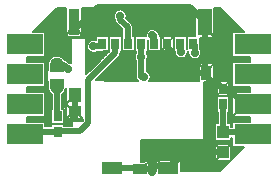
<source format=gtl>
G04 DipTrace 2.4.0.2*
%INSDmicro.gtl*%
%MOMM*%
%ADD13C,0.508*%
%ADD14C,0.127*%
%ADD15R,0.7X0.95*%
%ADD16R,0.95X2.17*%
%ADD17R,1.05X1.2*%
%ADD18R,1.7X1.03*%
%ADD19R,1.19X2.3*%
%ADD20R,1.2X0.88*%
%ADD21R,0.88X1.25*%
%ADD22R,1.05X0.9*%
%ADD23R,1.0X1.1*%
%ADD24R,0.7X0.9*%
%ADD27R,1.6X1.7*%
%ADD28R,2.032X1.7*%
%ADD29R,2.0X1.7*%
%ADD31C,0.711*%
%FSLAX53Y53*%
G04*
G71*
G90*
G75*
G01*
%LNTop*%
%LPD*%
X13328Y14050D2*
D13*
X11510D1*
X11270Y13810D1*
X13328Y14050D2*
Y14104D1*
X15218D1*
X15872Y14757D1*
Y18411D1*
X18180Y20719D1*
Y21502D1*
X13247Y17906D2*
Y15430D1*
X13328Y15350D1*
X21480Y21502D2*
Y22201D1*
X21331D1*
X18600Y23843D2*
Y23526D1*
X19243Y22883D1*
Y21539D1*
X19280Y21502D1*
X23680D2*
Y20871D1*
X23759Y20793D1*
X24907Y20737D2*
Y21375D1*
X24780Y21502D1*
X17080D2*
Y21268D1*
X16334D1*
X25740Y23342D2*
Y19192D1*
X25890Y19042D1*
X23154D1*
X22637Y19559D1*
Y21446D1*
X22580Y21502D1*
X25890Y19042D2*
Y18759D1*
X26460Y18189D1*
X26798D1*
X27305Y17682D1*
X27718D1*
X29050Y16350D1*
X14755Y15767D2*
Y15363D1*
X14731Y15339D1*
X14755Y17177D2*
Y15363D1*
X17885Y10952D2*
X20210D1*
X20280Y10882D1*
X21408D1*
X21637Y11110D1*
X22527D1*
X22680Y10957D1*
X14710Y23307D2*
X14771D1*
X15113Y22966D1*
X16759Y24613D1*
X24470D1*
X25740Y23342D1*
X21333Y10588D2*
X21408Y10882D1*
X27295Y12292D2*
X26184D1*
X24015D1*
X22680Y10957D1*
X26460Y18189D2*
Y15298D1*
X26184Y15023D1*
Y12292D1*
X27305Y16382D2*
X27295Y13992D1*
X28868D1*
X29050Y13810D1*
X20380Y21502D2*
Y20369D1*
Y18687D1*
X20637D1*
X13247Y19656D2*
X13875D1*
X14174Y19356D1*
X20389Y20369D2*
X20380D1*
D31*
X20637Y18687D3*
X21331Y22201D3*
X23759Y20793D3*
X16334Y21268D3*
X14174Y19356D3*
X14731Y15339D3*
X21333Y10588D3*
X18600Y23843D3*
X24907Y20737D3*
X20389Y20369D3*
X13148Y24393D2*
D14*
X14028D1*
X15393D2*
X18548D1*
X18653D2*
X24938D1*
X26543D2*
X27172D1*
X13023Y24269D2*
X14028D1*
X15393D2*
X18239D1*
X18962D2*
X24938D1*
X26543D2*
X27295D1*
X12900Y24146D2*
X14028D1*
X15393D2*
X18127D1*
X19074D2*
X24938D1*
X26543D2*
X27420D1*
X12777Y24022D2*
X14028D1*
X15393D2*
X18066D1*
X19135D2*
X24938D1*
X26543D2*
X27543D1*
X12652Y23898D2*
X14028D1*
X15393D2*
X18040D1*
X19161D2*
X24938D1*
X26543D2*
X27666D1*
X12529Y23775D2*
X14028D1*
X15393D2*
X18042D1*
X19159D2*
X24938D1*
X26543D2*
X27791D1*
X12406Y23651D2*
X14028D1*
X15393D2*
X18072D1*
X19129D2*
X24938D1*
X26543D2*
X27914D1*
X12281Y23527D2*
X14028D1*
X15393D2*
X18137D1*
X19246D2*
X24938D1*
X26543D2*
X28037D1*
X12158Y23404D2*
X14028D1*
X15393D2*
X18155D1*
X19371D2*
X24938D1*
X26543D2*
X28162D1*
X12035Y23280D2*
X14028D1*
X15393D2*
X18211D1*
X19494D2*
X24938D1*
X26543D2*
X28285D1*
X11910Y23156D2*
X14028D1*
X15393D2*
X18322D1*
X19613D2*
X24938D1*
X26543D2*
X28408D1*
X11787Y23033D2*
X14028D1*
X15393D2*
X18445D1*
X19679D2*
X24938D1*
X26543D2*
X28533D1*
X11664Y22909D2*
X14028D1*
X15393D2*
X18570D1*
X19705D2*
X24938D1*
X26543D2*
X28656D1*
X11539Y22785D2*
X14028D1*
X15393D2*
X18693D1*
X19705D2*
X24938D1*
X26543D2*
X28780D1*
X11416Y22662D2*
X14028D1*
X15393D2*
X18780D1*
X19705D2*
X21017D1*
X21647D2*
X24938D1*
X26543D2*
X28903D1*
X11293Y22538D2*
X14028D1*
X15393D2*
X18780D1*
X19705D2*
X20884D1*
X21790D2*
X24938D1*
X26543D2*
X29028D1*
X12277Y22414D2*
X14028D1*
X15393D2*
X18780D1*
X19705D2*
X20810D1*
X21889D2*
X24938D1*
X26543D2*
X28041D1*
X12277Y22291D2*
X14028D1*
X15393D2*
X18780D1*
X19705D2*
X20775D1*
X21933D2*
X24938D1*
X26543D2*
X28041D1*
X12277Y22167D2*
X14028D1*
X15393D2*
X16522D1*
X26543D2*
X28041D1*
X12277Y22043D2*
X14028D1*
X15393D2*
X16522D1*
X26543D2*
X28041D1*
X12277Y21920D2*
X14423D1*
X15752D2*
X16522D1*
X25338D2*
X28041D1*
X12277Y21796D2*
X14423D1*
X15752D2*
X16163D1*
X25338D2*
X28041D1*
X12277Y21672D2*
X14423D1*
X15752D2*
X15947D1*
X25338D2*
X28041D1*
X12277Y21549D2*
X14423D1*
X15752D2*
X15847D1*
X25338D2*
X28041D1*
X12277Y21425D2*
X14423D1*
X25366D2*
X28041D1*
X12277Y21301D2*
X14423D1*
X25370D2*
X28041D1*
X12277Y21178D2*
X14423D1*
X25370D2*
X28041D1*
X12277Y21054D2*
X14423D1*
X25370D2*
X28041D1*
X12277Y20930D2*
X14423D1*
X15752D2*
X15887D1*
X25435D2*
X28041D1*
X12277Y20807D2*
X14423D1*
X15752D2*
X16022D1*
X16647D2*
X17619D1*
X18643D2*
X19919D1*
X20842D2*
X23195D1*
X25467D2*
X28041D1*
X12277Y20683D2*
X14423D1*
X15752D2*
X17496D1*
X18641D2*
X19919D1*
X20854D2*
X23205D1*
X25469D2*
X28041D1*
X12277Y20559D2*
X14423D1*
X15752D2*
X17373D1*
X18613D2*
X19860D1*
X20919D2*
X23247D1*
X24271D2*
X24374D1*
X25441D2*
X28041D1*
X12277Y20436D2*
X12958D1*
X13535D2*
X14423D1*
X15752D2*
X17248D1*
X18542D2*
X19830D1*
X20949D2*
X23326D1*
X24191D2*
X24434D1*
X25382D2*
X28041D1*
X10736Y20312D2*
X12716D1*
X13777D2*
X14423D1*
X15752D2*
X17125D1*
X18421D2*
X19828D1*
X20949D2*
X23477D1*
X24040D2*
X24545D1*
X25271D2*
X29583D1*
X10736Y20188D2*
X12619D1*
X13874D2*
X14423D1*
X15752D2*
X17002D1*
X18298D2*
X19856D1*
X20923D2*
X24846D1*
X24969D2*
X29583D1*
X10736Y20065D2*
X12531D1*
X14073D2*
X14423D1*
X15752D2*
X16877D1*
X18175D2*
X19917D1*
X20861D2*
X29583D1*
X10736Y19941D2*
X12480D1*
X14238D2*
X14423D1*
X15752D2*
X16754D1*
X18050D2*
X19919D1*
X20842D2*
X29583D1*
X12277Y19817D2*
X12440D1*
X15752D2*
X16631D1*
X17927D2*
X19919D1*
X20842D2*
X25241D1*
X26539D2*
X28041D1*
X12277Y19694D2*
X12438D1*
X15752D2*
X16506D1*
X17804D2*
X19919D1*
X20842D2*
X25241D1*
X26539D2*
X28041D1*
X12277Y19570D2*
X12438D1*
X15752D2*
X16383D1*
X17679D2*
X19919D1*
X20842D2*
X25241D1*
X26539D2*
X28041D1*
X12277Y19446D2*
X12438D1*
X15752D2*
X16260D1*
X17556D2*
X19919D1*
X20842D2*
X25241D1*
X26539D2*
X28041D1*
X12277Y19323D2*
X12438D1*
X15752D2*
X16137D1*
X17432D2*
X19919D1*
X20842D2*
X25241D1*
X26539D2*
X28041D1*
X12277Y19199D2*
X12391D1*
X15752D2*
X16012D1*
X17309D2*
X19919D1*
X20854D2*
X25241D1*
X26539D2*
X28041D1*
X12277Y19075D2*
X12391D1*
X15752D2*
X15889D1*
X17184D2*
X19919D1*
X21040D2*
X25241D1*
X26539D2*
X28041D1*
X12277Y18952D2*
X12391D1*
X17061D2*
X19919D1*
X21133D2*
X25241D1*
X26539D2*
X28041D1*
X12277Y18828D2*
X12391D1*
X16938D2*
X19919D1*
X21183D2*
X25241D1*
X26539D2*
X28041D1*
X12277Y18704D2*
X12391D1*
X16813D2*
X19919D1*
X21201D2*
X25241D1*
X26539D2*
X28041D1*
X12277Y18581D2*
X12391D1*
X16690D2*
X19931D1*
X21191D2*
X25241D1*
X26539D2*
X28041D1*
X12277Y18457D2*
X12391D1*
X16567D2*
X19981D1*
X21151D2*
X25241D1*
X26539D2*
X28041D1*
X12277Y18333D2*
X12391D1*
X17317D2*
X20090D1*
X21072D2*
X25241D1*
X26539D2*
X28041D1*
X12277Y18210D2*
X12438D1*
X25693D2*
X26748D1*
X27862D2*
X28041D1*
X12277Y18086D2*
X12438D1*
X25693D2*
X26748D1*
X27862D2*
X28041D1*
X12277Y17962D2*
X12438D1*
X25693D2*
X26748D1*
X27862D2*
X28041D1*
X10736Y17839D2*
X12438D1*
X25693D2*
X26748D1*
X27862D2*
X29583D1*
X10736Y17715D2*
X12446D1*
X25693D2*
X26748D1*
X27862D2*
X29583D1*
X10736Y17591D2*
X12492D1*
X25693D2*
X26748D1*
X27862D2*
X29583D1*
X10736Y17468D2*
X12553D1*
X13942D2*
X14022D1*
X25693D2*
X26748D1*
X27862D2*
X29583D1*
X12277Y17344D2*
X12639D1*
X13855D2*
X14022D1*
X25693D2*
X26748D1*
X27862D2*
X28041D1*
X12277Y17220D2*
X12768D1*
X13726D2*
X14022D1*
X25693D2*
X26748D1*
X27862D2*
X28041D1*
X12277Y17097D2*
X12785D1*
X13708D2*
X14022D1*
X25693D2*
X26748D1*
X27862D2*
X28041D1*
X12277Y16973D2*
X12785D1*
X13708D2*
X14022D1*
X25693D2*
X26748D1*
X27862D2*
X28041D1*
X12277Y16849D2*
X12785D1*
X13708D2*
X14022D1*
X25693D2*
X26748D1*
X27862D2*
X28041D1*
X12277Y16726D2*
X12785D1*
X13708D2*
X14022D1*
X25693D2*
X26748D1*
X27862D2*
X28041D1*
X12277Y16602D2*
X12785D1*
X13708D2*
X14022D1*
X25693D2*
X26748D1*
X27862D2*
X28041D1*
X12277Y16478D2*
X12785D1*
X13708D2*
X14022D1*
X25693D2*
X26748D1*
X27862D2*
X28041D1*
X12277Y16355D2*
X12785D1*
X13708D2*
X14022D1*
X25693D2*
X26748D1*
X27862D2*
X28041D1*
X12277Y16231D2*
X12785D1*
X13708D2*
X14022D1*
X25693D2*
X26748D1*
X27862D2*
X28041D1*
X12277Y16107D2*
X12785D1*
X13708D2*
X14022D1*
X25693D2*
X26748D1*
X27862D2*
X28041D1*
X12277Y15984D2*
X12770D1*
X13886D2*
X14022D1*
X25693D2*
X26748D1*
X27862D2*
X28041D1*
X12277Y15860D2*
X12770D1*
X13886D2*
X14022D1*
X25693D2*
X26748D1*
X27862D2*
X28041D1*
X12277Y15736D2*
X12770D1*
X13886D2*
X14022D1*
X25693D2*
X26841D1*
X27765D2*
X28041D1*
X12277Y15613D2*
X12770D1*
X13886D2*
X14022D1*
X25693D2*
X26841D1*
X27763D2*
X28041D1*
X12277Y15489D2*
X12770D1*
X13886D2*
X14022D1*
X25693D2*
X26839D1*
X27763D2*
X28041D1*
X12277Y15365D2*
X12770D1*
X13886D2*
X14022D1*
X25693D2*
X26839D1*
X27763D2*
X28041D1*
X10736Y15242D2*
X12770D1*
X13886D2*
X14022D1*
X25693D2*
X26839D1*
X27763D2*
X29583D1*
X10736Y15118D2*
X12770D1*
X13886D2*
X15411D1*
X25693D2*
X26839D1*
X27761D2*
X29583D1*
X10736Y14994D2*
X12770D1*
X13886D2*
X15411D1*
X25693D2*
X26837D1*
X27761D2*
X29583D1*
X10736Y14871D2*
X12770D1*
X13886D2*
X14536D1*
X25693D2*
X26837D1*
X27761D2*
X29583D1*
X12277Y14747D2*
X12770D1*
X13886D2*
X14536D1*
X25693D2*
X26837D1*
X27761D2*
X28041D1*
X12277Y14623D2*
X12770D1*
X13886D2*
X14536D1*
X25693D2*
X26587D1*
X12277Y14500D2*
X12770D1*
X25693D2*
X26587D1*
X25693Y14376D2*
X26587D1*
X25693Y14252D2*
X26587D1*
X25693Y14129D2*
X26587D1*
X25693Y14005D2*
X26587D1*
X25693Y13881D2*
X26587D1*
X25693Y13758D2*
X26587D1*
X25693Y13634D2*
X26587D1*
X25693Y13510D2*
X26587D1*
X25693Y13387D2*
X26587D1*
X20342Y13263D2*
X26587D1*
X20342Y13139D2*
X28041D1*
X20342Y13016D2*
X26587D1*
X20342Y12892D2*
X26587D1*
X20342Y12768D2*
X26587D1*
X20342Y12645D2*
X26587D1*
X28003D2*
X28970D1*
X20342Y12521D2*
X26587D1*
X28003D2*
X28845D1*
X20342Y12397D2*
X26587D1*
X28003D2*
X28722D1*
X20342Y12274D2*
X26587D1*
X28003D2*
X28599D1*
X20342Y12150D2*
X26587D1*
X28003D2*
X28474D1*
X20342Y12026D2*
X26587D1*
X28003D2*
X28351D1*
X20342Y11903D2*
X26587D1*
X28003D2*
X28228D1*
X20342Y11779D2*
X26587D1*
X28003D2*
X28105D1*
X20342Y11655D2*
X21622D1*
X23739D2*
X26587D1*
X20342Y11532D2*
X21622D1*
X23739D2*
X27857D1*
X21088Y11408D2*
X21622D1*
X23739D2*
X27734D1*
X21088Y11284D2*
X21622D1*
X23739D2*
X27609D1*
X21088Y11161D2*
X21622D1*
X23739D2*
X27486D1*
X21088Y11037D2*
X21622D1*
X23739D2*
X27363D1*
X21088Y10913D2*
X21622D1*
X23739D2*
X27238D1*
X21088Y10790D2*
X21622D1*
X23739D2*
X27115D1*
X24298Y22173D2*
X24950Y22174D1*
Y24517D1*
X15382D1*
X15381Y24016D1*
Y22026D1*
X14040D1*
Y24517D1*
X13258D1*
X11216Y22474D1*
X11417Y22476D1*
X12266D1*
Y20384D1*
X10724D1*
X10723Y19934D1*
X11074Y19936D1*
X11212Y19934D1*
X11417Y19936D1*
X12266D1*
Y17844D1*
X10724D1*
X10723Y17394D1*
X11074Y17396D1*
X11212Y17394D1*
X11417Y17396D1*
X12266D1*
Y15304D1*
X10724D1*
X10723Y14854D1*
X11196Y14856D1*
X12266D1*
Y14500D1*
X12653Y14499D1*
X12781D1*
X12782Y14695D1*
X13873D1*
Y14554D1*
X14548Y14553D1*
Y14938D1*
X15419D1*
X15423Y14948D1*
Y15121D1*
X14434D1*
X14035D1*
Y17713D1*
X13968Y17531D1*
X13911Y17441D1*
X13807Y17293D1*
X13770Y17254D1*
X13697Y17212D1*
X13696Y15995D1*
X13873D1*
Y14704D1*
X12782D1*
Y15995D1*
X12796D1*
X12797Y16446D1*
Y17210D1*
X12759Y17231D1*
X12715Y17261D1*
X12650Y17345D1*
X12543Y17499D1*
X12501Y17596D1*
X12464Y17697D1*
X12451Y17766D1*
Y18327D1*
X12403Y18325D1*
Y19238D1*
X12453D1*
X12451Y19437D1*
Y19796D1*
X12464Y19864D1*
X12526Y20030D1*
X12583Y20120D1*
X12687Y20268D1*
X12723Y20307D1*
X12816Y20359D1*
X12959Y20431D1*
X13022Y20449D1*
X13110Y20451D1*
X13447D1*
X13511Y20440D1*
X13591Y20402D1*
X13734Y20331D1*
X13779Y20300D1*
X13843Y20216D1*
X13923Y20102D1*
X14000Y20087D1*
X14060Y20065D1*
X14116Y20035D1*
X14193Y19973D1*
X14267Y19899D1*
X14367Y19873D1*
X14434Y19842D1*
Y22002D1*
X15740D1*
Y18912D1*
X16183Y19357D1*
X17658Y20832D1*
X17635Y20831D1*
Y22173D1*
X18726D1*
Y20831D1*
X18629D1*
X18630Y20719D1*
X18625Y20655D1*
X18612Y20593D1*
X18590Y20534D1*
X18560Y20478D1*
X18498Y20401D1*
X16532Y18435D1*
X17305Y18436D1*
Y18319D1*
X17567Y18317D1*
X20125D1*
X20048Y18384D1*
X20009Y18433D1*
X19977Y18488D1*
X19953Y18547D1*
X19938Y18608D1*
X19931Y18687D1*
Y20062D1*
X19876Y20166D1*
X19857Y20226D1*
X19844Y20288D1*
X19838Y20352D1*
X19840Y20415D1*
X19849Y20478D1*
X19865Y20539D1*
X19888Y20598D1*
X19930Y20672D1*
X19931Y20831D1*
X19835D1*
Y22173D1*
X20781D1*
X20782Y22248D1*
X20791Y22310D1*
X20807Y22372D1*
X20830Y22431D1*
X20860Y22487D1*
X20896Y22539D1*
X20938Y22587D1*
X20985Y22630D1*
X21036Y22667D1*
X21092Y22698D1*
X21151Y22722D1*
X21212Y22739D1*
X21274Y22749D1*
X21338Y22752D1*
X21401Y22748D1*
X21463Y22736D1*
X21524Y22718D1*
X21582Y22692D1*
X21637Y22660D1*
X21688Y22622D1*
X21745Y22564D1*
X21812Y22504D1*
X21852Y22455D1*
X21884Y22400D1*
X21907Y22341D1*
X21923Y22280D1*
X21930Y22171D1*
X22026Y22173D1*
Y20831D1*
X20935D1*
Y21818D1*
X20926Y21792D1*
Y20831D1*
X20829D1*
X20832Y20697D1*
X20867Y20644D1*
X20895Y20587D1*
X20917Y20528D1*
X20932Y20466D1*
X20940Y20369D1*
X20937Y20305D1*
X20926Y20243D1*
X20908Y20182D1*
X20883Y20124D1*
X20829Y20038D1*
X20830Y19203D1*
X20888Y19178D1*
X20943Y19146D1*
X20994Y19108D1*
X21040Y19064D1*
X21080Y19015D1*
X21115Y18962D1*
X21143Y18905D1*
X21165Y18846D1*
X21180Y18784D1*
X21189Y18687D1*
X21185Y18624D1*
X21174Y18561D1*
X21156Y18500D1*
X21131Y18442D1*
X21100Y18387D1*
X21045Y18317D1*
X25256D1*
X25255Y18399D1*
Y19863D1*
X26526D1*
Y18221D1*
X25681D1*
Y13331D1*
X20329D1*
Y11517D1*
X21076Y11518D1*
Y10723D1*
X21636D1*
X21635Y10792D1*
Y11668D1*
X23726D1*
Y10723D1*
X27062D1*
X27883Y11545D1*
X27419Y11546D1*
X26599D1*
Y13037D1*
X27991D1*
Y11652D1*
X29104Y12766D1*
X28903Y12764D1*
X28054D1*
Y13544D1*
X27989Y13542D1*
X27991Y13246D1*
X26599D1*
Y14737D1*
X26847D1*
X26852Y15454D1*
X26853Y15738D1*
X26760Y15737D1*
Y17028D1*
X27851D1*
Y15737D1*
X27754D1*
X27749Y15110D1*
X27748Y14735D1*
X27991Y14737D1*
X27993Y14441D1*
X28055D1*
X28054Y14856D1*
X29596D1*
X29597Y15306D1*
X29512Y15304D1*
X28054D1*
Y17396D1*
X29597D1*
Y17846D1*
X29246Y17844D1*
X29108Y17846D1*
X28903Y17844D1*
X28054D1*
Y19936D1*
X29596D1*
X29597Y20386D1*
X29246Y20384D1*
X29108Y20386D1*
X28903Y20384D1*
X28054D1*
Y22476D1*
X29104D1*
X28672Y22906D1*
X27060Y24518D1*
X26530Y24517D1*
X26531Y24129D1*
Y21996D1*
X25326D1*
X25328Y21534D1*
X25346Y21473D1*
X25357Y21375D1*
Y21055D1*
X25413Y20955D1*
X25435Y20896D1*
X25450Y20834D1*
X25459Y20737D1*
X25455Y20674D1*
X25444Y20611D1*
X25426Y20550D1*
X25401Y20492D1*
X25370Y20437D1*
X25332Y20386D1*
X25289Y20339D1*
X25241Y20298D1*
X25188Y20262D1*
X25132Y20233D1*
X25072Y20211D1*
X25011Y20195D1*
X24948Y20187D1*
X24884Y20186D1*
X24821Y20193D1*
X24759Y20206D1*
X24699Y20227D1*
X24642Y20254D1*
X24588Y20288D1*
X24538Y20327D1*
X24494Y20373D1*
X24455Y20422D1*
X24422Y20477D1*
X24395Y20534D1*
X24375Y20594D1*
X24362Y20657D1*
X24356Y20720D1*
X24358Y20783D1*
X24365Y20832D1*
X24308Y20831D1*
X24306Y20730D1*
X24295Y20667D1*
X24277Y20606D1*
X24252Y20548D1*
X24221Y20493D1*
X24183Y20442D1*
X24140Y20395D1*
X24092Y20354D1*
X24039Y20318D1*
X23983Y20289D1*
X23923Y20267D1*
X23862Y20251D1*
X23799Y20243D1*
X23735Y20242D1*
X23672Y20249D1*
X23610Y20262D1*
X23550Y20283D1*
X23493Y20310D1*
X23439Y20344D1*
X23390Y20383D1*
X23345Y20429D1*
X23306Y20478D1*
X23273Y20533D1*
X23246Y20590D1*
X23226Y20650D1*
X23213Y20713D1*
X23208Y20776D1*
X23209Y20833D1*
X23135Y20831D1*
Y22173D1*
X24226D1*
Y21083D1*
X24235Y21085D1*
Y22173D1*
X24298D1*
X22047D2*
X23126D1*
Y20831D1*
X22035D1*
Y22173D1*
X22047D1*
X19693D2*
X19826D1*
Y20831D1*
X18735D1*
Y22173D1*
X18793Y22174D1*
X18790Y22700D1*
X18283Y23208D1*
X18241Y23256D1*
X18206Y23309D1*
X18180Y23366D1*
X18162Y23427D1*
X18151Y23525D1*
X18115Y23583D1*
X18088Y23641D1*
X18068Y23701D1*
X18055Y23763D1*
X18049Y23826D1*
X18051Y23890D1*
X18060Y23953D1*
X18076Y24014D1*
X18099Y24073D1*
X18129Y24129D1*
X18165Y24182D1*
X18207Y24229D1*
X18254Y24272D1*
X18305Y24309D1*
X18361Y24340D1*
X18419Y24364D1*
X18480Y24381D1*
X18543Y24392D1*
X18607Y24395D1*
X18670Y24390D1*
X18732Y24379D1*
X18793Y24360D1*
X18851Y24334D1*
X18906Y24302D1*
X18956Y24264D1*
X19002Y24220D1*
X19043Y24172D1*
X19078Y24119D1*
X19106Y24062D1*
X19128Y24002D1*
X19143Y23941D1*
X19152Y23843D1*
X19148Y23780D1*
X19137Y23718D1*
X19115Y23648D1*
X19561Y23201D1*
X19603Y23153D1*
X19637Y23100D1*
X19664Y23042D1*
X19682Y22981D1*
X19693Y22883D1*
Y22171D1*
X16598Y22173D2*
X17626D1*
Y20831D1*
X17183D1*
X17096Y20819D1*
X16654D1*
X16558Y20765D1*
X16499Y20742D1*
X16437Y20727D1*
X16375Y20719D1*
X16311Y20718D1*
X16248Y20724D1*
X16186Y20738D1*
X16126Y20758D1*
X16069Y20785D1*
X16015Y20819D1*
X15965Y20859D1*
X15921Y20904D1*
X15882Y20954D1*
X15848Y21008D1*
X15822Y21066D1*
X15802Y21126D1*
X15789Y21188D1*
X15783Y21251D1*
X15785Y21315D1*
X15794Y21378D1*
X15810Y21439D1*
X15833Y21498D1*
X15863Y21554D1*
X15899Y21606D1*
X15941Y21654D1*
X15988Y21697D1*
X16039Y21734D1*
X16095Y21765D1*
X16153Y21789D1*
X16214Y21806D1*
X16277Y21817D1*
X16340Y21819D1*
X16404Y21815D1*
X16466Y21804D1*
X16536Y21781D1*
X16535Y22173D1*
X16598D1*
X26772Y18328D2*
X27851D1*
Y17037D1*
X26760D1*
Y18328D1*
X26772D1*
X22035Y22172D2*
X23125Y20832D1*
Y22172D2*
X22035Y20832D1*
X14710Y23307D2*
X15381Y22027D1*
X14710Y23307D2*
X14040Y22027D1*
X14755Y17177D2*
X14035Y16382D1*
X25740Y23342D2*
X26530Y21997D1*
X21635Y11667D2*
X22680Y10957D1*
X23725Y11667D2*
X22680Y10957D1*
X21075Y11517D2*
X20280Y10882D1*
X25255Y19862D2*
X26525Y18222D1*
Y19862D2*
X25890Y19042D1*
X14035Y16412D2*
X15475Y15122D1*
X14755Y15767D2*
X14035Y15122D1*
X26600Y13037D2*
X27295Y12292D1*
X27990Y13037D2*
X26600Y11546D1*
X26760Y18327D2*
X27850Y17037D1*
Y18327D2*
X26760Y17037D1*
X28055Y17395D2*
X29050Y16350D1*
X28055Y15305D1*
D15*
X24780Y21502D3*
X23680D3*
X22580D3*
X21480D3*
X20380D3*
X19280D3*
X18180D3*
X17080D3*
D16*
X14710Y23307D3*
D17*
X14755Y17177D3*
D18*
X17885Y10952D3*
D19*
X25740Y23342D3*
D18*
X22680Y10957D3*
D20*
X20280Y10882D3*
D21*
X25890Y19042D3*
D22*
X14755Y15767D3*
D23*
X27295Y13992D3*
Y12292D3*
D24*
X27305Y16382D3*
Y17682D3*
X13328Y15350D3*
Y14050D3*
G36*
X13847Y19796D2*
Y19056D1*
X12647D1*
Y19796D1*
X12707Y19956D1*
X12847Y20156D1*
X13047Y20256D1*
X13447D1*
X13647Y20156D1*
X13787Y19956D1*
X13847Y19796D1*
G37*
G36*
X12647Y17766D2*
Y18506D1*
X13847D1*
Y17766D1*
X13787Y17606D1*
X13647Y17406D1*
X13447Y17306D1*
X13047D1*
X12847Y17406D1*
X12707Y17606D1*
X12647Y17766D1*
G37*
D27*
X11270Y16350D3*
Y18890D3*
Y21430D3*
D28*
X10000D3*
Y18890D3*
Y16350D3*
D27*
X29050Y13810D3*
Y16350D3*
D28*
X30320Y13810D3*
Y16350D3*
D27*
X29050Y18890D3*
Y21430D3*
D28*
X30320Y18890D3*
Y21430D3*
D27*
X11270Y13810D3*
D29*
X10000D3*
M02*

</source>
